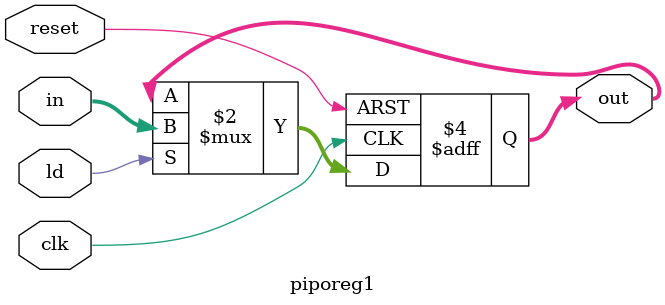
<source format=v>
`timescale 1ns / 1ps


module piporeg1(output reg [7:0] out, input [7:0] in, input ld,clk,reset);
always @(posedge clk, posedge reset)
begin
    if(reset)
        out <= 0;
    else if(ld)
        out <= in;
end
endmodule

</source>
